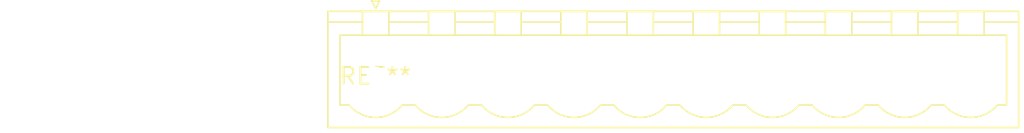
<source format=kicad_pcb>
(kicad_pcb (version 20240108) (generator pcbnew)
  (layers (0 "F.Cu" signal) (31 "B.Cu" signal) (34 "B.Paste" user) (35 "F.Paste" user) (36 "B.SilkS" user "B.Silkscreen") (37 "F.SilkS" user "F.Silkscreen") (38 "B.Mask" user) (39 "F.Mask" user) (44 "Edge.Cuts" user))
  (net 0 "")
  (footprint "PhoenixContact_MSTBVA_2,5_10-G_1x10_P5.00mm_Vertical" (layer "F.Cu") (at 0 0)
    (property "Reference" "REF**")
    (property "Value" "PhoenixContact_MSTBVA_2,5_10-G_1x10_P5.00mm_Vertical")
    (fp_line (start -3.61 -4.91) (end -3.61 3.91) (layer "F.SilkS") (stroke (width 0.12)))
    (fp_line (start -3.61 -4.1) (end -1.11 -4.1) (layer "F.SilkS") (stroke (width 0.12)))
    (fp_line (start -3.61 3.91) (end 48.61 3.91) (layer "F.SilkS") (stroke (width 0.12)))
    (fp_line (start -2.7 -3.1) (end 47.7 -3.1) (layer "F.SilkS") (stroke (width 0.12)))
    (fp_line (start -2.7 2.2) (end -2.7 -3.1) (layer "F.SilkS") (stroke (width 0.12)))
    (fp_line (start -2 2.2) (end -2.7 2.2) (layer "F.SilkS") (stroke (width 0.12)))
    (fp_line (start -1 -4.91) (end 1 -4.91) (layer "F.SilkS") (stroke (width 0.12)))
    (fp_line (start -1 -3.1) (end -1 -4.91) (layer "F.SilkS") (stroke (width 0.12)))
    (fp_line (start -0.3 -5.71) (end 0.3 -5.71) (layer "F.SilkS") (stroke (width 0.12)))
    (fp_line (start 0 -5.11) (end -0.3 -5.71) (layer "F.SilkS") (stroke (width 0.12)))
    (fp_line (start 0.3 -5.71) (end 0 -5.11) (layer "F.SilkS") (stroke (width 0.12)))
    (fp_line (start 1 -4.91) (end 1 -3.1) (layer "F.SilkS") (stroke (width 0.12)))
    (fp_line (start 1 -4.1) (end 4 -4.1) (layer "F.SilkS") (stroke (width 0.12)))
    (fp_line (start 1 -3.1) (end -1 -3.1) (layer "F.SilkS") (stroke (width 0.12)))
    (fp_line (start 2 2.2) (end 3 2.2) (layer "F.SilkS") (stroke (width 0.12)))
    (fp_line (start 4 -4.91) (end 6 -4.91) (layer "F.SilkS") (stroke (width 0.12)))
    (fp_line (start 4 -3.1) (end 4 -4.91) (layer "F.SilkS") (stroke (width 0.12)))
    (fp_line (start 6 -4.91) (end 6 -3.1) (layer "F.SilkS") (stroke (width 0.12)))
    (fp_line (start 6 -4.1) (end 9 -4.1) (layer "F.SilkS") (stroke (width 0.12)))
    (fp_line (start 6 -3.1) (end 4 -3.1) (layer "F.SilkS") (stroke (width 0.12)))
    (fp_line (start 7 2.2) (end 8 2.2) (layer "F.SilkS") (stroke (width 0.12)))
    (fp_line (start 9 -4.91) (end 11 -4.91) (layer "F.SilkS") (stroke (width 0.12)))
    (fp_line (start 9 -3.1) (end 9 -4.91) (layer "F.SilkS") (stroke (width 0.12)))
    (fp_line (start 11 -4.91) (end 11 -3.1) (layer "F.SilkS") (stroke (width 0.12)))
    (fp_line (start 11 -4.1) (end 14 -4.1) (layer "F.SilkS") (stroke (width 0.12)))
    (fp_line (start 11 -3.1) (end 9 -3.1) (layer "F.SilkS") (stroke (width 0.12)))
    (fp_line (start 12 2.2) (end 13 2.2) (layer "F.SilkS") (stroke (width 0.12)))
    (fp_line (start 14 -4.91) (end 16 -4.91) (layer "F.SilkS") (stroke (width 0.12)))
    (fp_line (start 14 -3.1) (end 14 -4.91) (layer "F.SilkS") (stroke (width 0.12)))
    (fp_line (start 16 -4.91) (end 16 -3.1) (layer "F.SilkS") (stroke (width 0.12)))
    (fp_line (start 16 -4.1) (end 19 -4.1) (layer "F.SilkS") (stroke (width 0.12)))
    (fp_line (start 16 -3.1) (end 14 -3.1) (layer "F.SilkS") (stroke (width 0.12)))
    (fp_line (start 17 2.2) (end 18 2.2) (layer "F.SilkS") (stroke (width 0.12)))
    (fp_line (start 19 -4.91) (end 21 -4.91) (layer "F.SilkS") (stroke (width 0.12)))
    (fp_line (start 19 -3.1) (end 19 -4.91) (layer "F.SilkS") (stroke (width 0.12)))
    (fp_line (start 21 -4.91) (end 21 -3.1) (layer "F.SilkS") (stroke (width 0.12)))
    (fp_line (start 21 -4.1) (end 24 -4.1) (layer "F.SilkS") (stroke (width 0.12)))
    (fp_line (start 21 -3.1) (end 19 -3.1) (layer "F.SilkS") (stroke (width 0.12)))
    (fp_line (start 22 2.2) (end 23 2.2) (layer "F.SilkS") (stroke (width 0.12)))
    (fp_line (start 24 -4.91) (end 26 -4.91) (layer "F.SilkS") (stroke (width 0.12)))
    (fp_line (start 24 -3.1) (end 24 -4.91) (layer "F.SilkS") (stroke (width 0.12)))
    (fp_line (start 26 -4.91) (end 26 -3.1) (layer "F.SilkS") (stroke (width 0.12)))
    (fp_line (start 26 -4.1) (end 29 -4.1) (layer "F.SilkS") (stroke (width 0.12)))
    (fp_line (start 26 -3.1) (end 24 -3.1) (layer "F.SilkS") (stroke (width 0.12)))
    (fp_line (start 27 2.2) (end 28 2.2) (layer "F.SilkS") (stroke (width 0.12)))
    (fp_line (start 29 -4.91) (end 31 -4.91) (layer "F.SilkS") (stroke (width 0.12)))
    (fp_line (start 29 -3.1) (end 29 -4.91) (layer "F.SilkS") (stroke (width 0.12)))
    (fp_line (start 31 -4.91) (end 31 -3.1) (layer "F.SilkS") (stroke (width 0.12)))
    (fp_line (start 31 -4.1) (end 34 -4.1) (layer "F.SilkS") (stroke (width 0.12)))
    (fp_line (start 31 -3.1) (end 29 -3.1) (layer "F.SilkS") (stroke (width 0.12)))
    (fp_line (start 32 2.2) (end 33 2.2) (layer "F.SilkS") (stroke (width 0.12)))
    (fp_line (start 34 -4.91) (end 36 -4.91) (layer "F.SilkS") (stroke (width 0.12)))
    (fp_line (start 34 -3.1) (end 34 -4.91) (layer "F.SilkS") (stroke (width 0.12)))
    (fp_line (start 36 -4.91) (end 36 -3.1) (layer "F.SilkS") (stroke (width 0.12)))
    (fp_line (start 36 -4.1) (end 39 -4.1) (layer "F.SilkS") (stroke (width 0.12)))
    (fp_line (start 36 -3.1) (end 34 -3.1) (layer "F.SilkS") (stroke (width 0.12)))
    (fp_line (start 37 2.2) (end 38 2.2) (layer "F.SilkS") (stroke (width 0.12)))
    (fp_line (start 39 -4.91) (end 41 -4.91) (layer "F.SilkS") (stroke (width 0.12)))
    (fp_line (start 39 -3.1) (end 39 -4.91) (layer "F.SilkS") (stroke (width 0.12)))
    (fp_line (start 41 -4.91) (end 41 -3.1) (layer "F.SilkS") (stroke (width 0.12)))
    (fp_line (start 41 -4.1) (end 44 -4.1) (layer "F.SilkS") (stroke (width 0.12)))
    (fp_line (start 41 -3.1) (end 39 -3.1) (layer "F.SilkS") (stroke (width 0.12)))
    (fp_line (start 42 2.2) (end 43 2.2) (layer "F.SilkS") (stroke (width 0.12)))
    (fp_line (start 44 -4.91) (end 46 -4.91) (layer "F.SilkS") (stroke (width 0.12)))
    (fp_line (start 44 -3.1) (end 44 -4.91) (layer "F.SilkS") (stroke (width 0.12)))
    (fp_line (start 46 -4.91) (end 46 -3.1) (layer "F.SilkS") (stroke (width 0.12)))
    (fp_line (start 46 -3.1) (end 44 -3.1) (layer "F.SilkS") (stroke (width 0.12)))
    (fp_line (start 47.7 -3.1) (end 47.7 2.2) (layer "F.SilkS") (stroke (width 0.12)))
    (fp_line (start 47.7 2.2) (end 47 2.2) (layer "F.SilkS") (stroke (width 0.12)))
    (fp_line (start 48.61 -4.91) (end -3.61 -4.91) (layer "F.SilkS") (stroke (width 0.12)))
    (fp_line (start 48.61 -4.1) (end 46.11 -4.1) (layer "F.SilkS") (stroke (width 0.12)))
    (fp_line (start 48.61 3.91) (end 48.61 -4.91) (layer "F.SilkS") (stroke (width 0.12)))
    (fp_arc (start 1.986842 2.215821) (mid -0.010289 3.142758) (end -2 2.2) (layer "F.SilkS") (stroke (width 0.12)))
    (fp_arc (start 6.986842 2.215821) (mid 4.989711 3.142758) (end 3 2.2) (layer "F.SilkS") (stroke (width 0.12)))
    (fp_arc (start 11.986842 2.215821) (mid 9.989711 3.142758) (end 8 2.2) (layer "F.SilkS") (stroke (width 0.12)))
    (fp_arc (start 16.986842 2.215821) (mid 14.989711 3.142758) (end 13 2.2) (layer "F.SilkS") (stroke (width 0.12)))
    (fp_arc (start 21.986842 2.215821) (mid 19.989711 3.142758) (end 18 2.2) (layer "F.SilkS") (stroke (width 0.12)))
    (fp_arc (start 26.986842 2.215821) (mid 24.989711 3.142758) (end 23 2.2) (layer "F.SilkS") (stroke (width 0.12)))
    (fp_arc (start 31.986842 2.215821) (mid 29.989711 3.142758) (end 28 2.2) (layer "F.SilkS") (stroke (width 0.12)))
    (fp_arc (start 36.986842 2.215821) (mid 34.989711 3.142758) (end 33 2.2) (layer "F.SilkS") (stroke (width 0.12)))
    (fp_arc (start 41.986842 2.215821) (mid 39.989711 3.142758) (end 38 2.2) (layer "F.SilkS") (stroke (width 0.12)))
    (fp_arc (start 46.986842 2.215821) (mid 44.989711 3.142758) (end 43 2.2) (layer "F.SilkS") (stroke (width 0.12)))
    (pad "1" thru_hole roundrect (at 0 0) (size 2 3.6) (drill 1.4) (layers *.Cu *.Mask) (remove_unused_layers) (roundrect_rratio 0.125))
    (pad "2" thru_hole oval (at 5 0) (size 2 3.6) (drill 1.4) (layers *.Cu *.Mask) (remove_unused_layers))
    (pad "3" thru_hole oval (at 10 0) (size 2 3.6) (drill 1.4) (layers *.Cu *.Mask) (remove_unused_layers))
    (pad "4" thru_hole oval (at 15 0) (size 2 3.6) (drill 1.4) (layers *.Cu *.Mask) (remove_unused_layers))
    (pad "5" thru_hole oval (at 20 0) (size 2 3.6) (drill 1.4) (layers *.Cu *.Mask) (remove_unused_layers))
    (pad "6" thru_hole oval (at 25 0) (size 2 3.6) (drill 1.4) (layers *.Cu *.Mask) (remove_unused_layers))
    (pad "7" thru_hole oval (at 30 0) (size 2 3.6) (drill 1.4) (layers *.Cu *.Mask) (remove_unused_layers))
    (pad "8" thru_hole oval (at 35 0) (size 2 3.6) (drill 1.4) (layers *.Cu *.Mask) (remove_unused_layers))
    (pad "9" thru_hole oval (at 40 0) (size 2 3.6) (drill 1.4) (layers *.Cu *.Mask) (remove_unused_layers))
    (pad "10" thru_hole oval (at 45 0) (size 2 3.6) (drill 1.4) (layers *.Cu *.Mask) (remove_unused_layers))
  )
)
</source>
